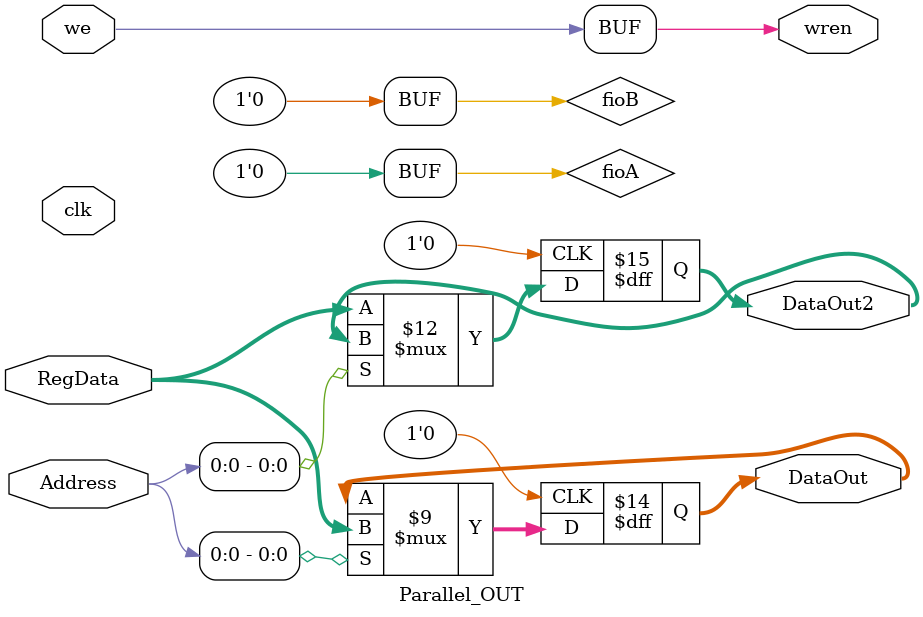
<source format=v>
module Parallel_OUT(
input clk,
	input [15:0] RegData,
	input [14:0] Address,
	input we,
	output reg [15:0] DataOut, DataOut2,
	output wren
);
//
	wire fioA, fioB;
	
	assign fioA = (Address[14:1] == 15'h4FFF)?1:0; //7FFF ou 7FFE
	assign fioB = fioA&we;
	assign wren = ~fioA&we;
	
	always@(posedge (clk&fioB))
	begin
		if (Address[0])
			DataOut = RegData[15:0];
		else
			DataOut2 = RegData[15:0];
	end
endmodule

</source>
